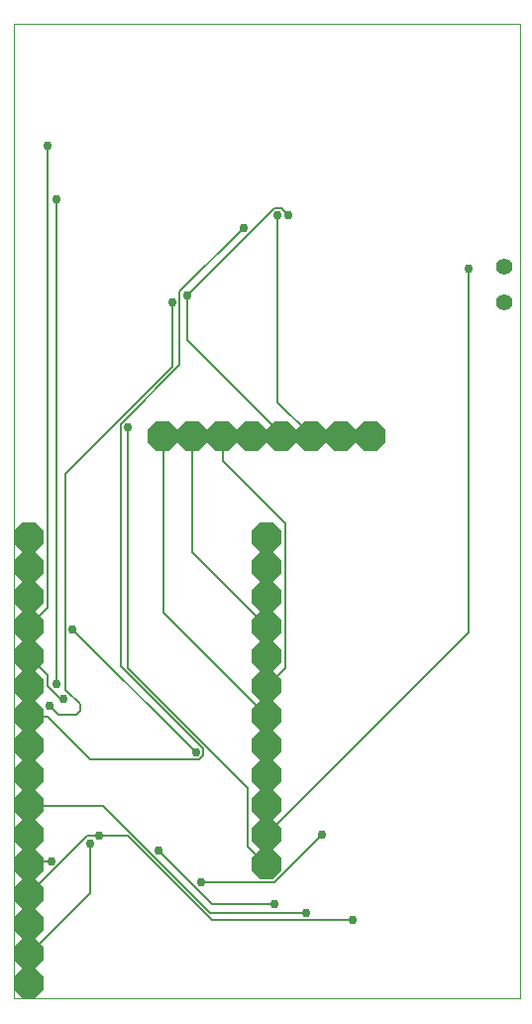
<source format=gbl>
G75*
%MOIN*%
%OFA0B0*%
%FSLAX25Y25*%
%IPPOS*%
%LPD*%
%AMOC8*
5,1,8,0,0,1.08239X$1,22.5*
%
%ADD10C,0.00000*%
%ADD11C,0.05543*%
%ADD12OC8,0.10000*%
%ADD13C,0.00600*%
%ADD14C,0.02978*%
D10*
X0057595Y0123933D02*
X0057595Y0451610D01*
X0227871Y0451610D01*
X0227871Y0123933D01*
X0057595Y0123933D01*
D11*
X0222595Y0358028D03*
X0222595Y0369839D03*
D12*
X0177595Y0313022D03*
X0167595Y0313022D03*
X0157595Y0313022D03*
X0147595Y0313022D03*
X0137595Y0313022D03*
X0127595Y0313022D03*
X0117595Y0313022D03*
X0107595Y0313022D03*
X0142595Y0278933D03*
X0142595Y0268933D03*
X0142595Y0258933D03*
X0142595Y0248933D03*
X0142595Y0238933D03*
X0142595Y0228933D03*
X0142595Y0218933D03*
X0142595Y0208933D03*
X0142595Y0198933D03*
X0142595Y0188933D03*
X0142595Y0178933D03*
X0142595Y0168933D03*
X0062595Y0168933D03*
X0062595Y0158933D03*
X0062595Y0148933D03*
X0062595Y0138933D03*
X0062595Y0128933D03*
X0062595Y0178933D03*
X0062595Y0188933D03*
X0062595Y0198933D03*
X0062595Y0208933D03*
X0062595Y0218933D03*
X0062595Y0228933D03*
X0062595Y0238933D03*
X0062595Y0248933D03*
X0062595Y0258933D03*
X0062595Y0268933D03*
X0062595Y0278933D03*
D13*
X0068995Y0255333D02*
X0062595Y0248933D01*
X0062595Y0238933D02*
X0068995Y0232533D01*
X0068995Y0228933D01*
X0073195Y0224733D01*
X0074395Y0224733D01*
X0074995Y0227733D02*
X0079795Y0222933D01*
X0079795Y0220533D01*
X0078595Y0219333D01*
X0072595Y0219333D01*
X0069595Y0222333D01*
X0068995Y0218733D02*
X0062995Y0218733D01*
X0062595Y0218933D01*
X0068995Y0218733D02*
X0083395Y0204333D01*
X0119995Y0204333D01*
X0121195Y0205533D01*
X0121195Y0207933D01*
X0093595Y0235533D01*
X0093595Y0317133D01*
X0113395Y0336933D01*
X0113395Y0361533D01*
X0134995Y0383133D01*
X0146395Y0387333D02*
X0146395Y0324333D01*
X0157195Y0313533D01*
X0157595Y0313022D01*
X0147595Y0313022D02*
X0147595Y0313533D01*
X0115795Y0345333D01*
X0115795Y0360333D01*
X0145195Y0389733D01*
X0147595Y0389733D01*
X0149995Y0387333D01*
X0110995Y0357933D02*
X0110995Y0336333D01*
X0074995Y0300333D01*
X0074995Y0227733D01*
X0071995Y0229533D02*
X0071995Y0392733D01*
X0068995Y0410733D02*
X0068995Y0255333D01*
X0077395Y0248133D02*
X0118795Y0206733D01*
X0136195Y0194733D02*
X0136195Y0174933D01*
X0142195Y0168933D01*
X0142595Y0168933D01*
X0145195Y0162933D02*
X0120595Y0162933D01*
X0124195Y0155733D02*
X0106195Y0173733D01*
X0095995Y0178533D02*
X0124195Y0150333D01*
X0171595Y0150333D01*
X0155995Y0152733D02*
X0123595Y0152733D01*
X0087595Y0188733D01*
X0062995Y0188733D01*
X0062595Y0188933D01*
X0064195Y0170133D02*
X0062995Y0168933D01*
X0062595Y0168933D01*
X0064195Y0170133D02*
X0070195Y0170133D01*
X0062595Y0158933D02*
X0082195Y0178533D01*
X0086395Y0178533D01*
X0095995Y0178533D01*
X0083395Y0176133D02*
X0083395Y0159333D01*
X0062995Y0138933D01*
X0062595Y0138933D01*
X0136195Y0194733D02*
X0095995Y0234933D01*
X0095995Y0315933D01*
X0107595Y0313022D02*
X0107995Y0312933D01*
X0107995Y0253533D01*
X0142595Y0218933D01*
X0142595Y0228933D02*
X0142795Y0228933D01*
X0148795Y0234933D01*
X0148795Y0283533D01*
X0127795Y0304533D01*
X0127795Y0312933D01*
X0127595Y0313022D01*
X0117595Y0313022D02*
X0117595Y0273933D01*
X0142595Y0248933D01*
X0210595Y0246933D02*
X0142595Y0178933D01*
X0145195Y0162933D02*
X0161395Y0179133D01*
X0145195Y0155733D02*
X0124195Y0155733D01*
X0210595Y0246933D02*
X0210595Y0369333D01*
D14*
X0210595Y0369333D03*
X0149995Y0387333D03*
X0146395Y0387333D03*
X0134995Y0383133D03*
X0115795Y0360333D03*
X0110995Y0357933D03*
X0095995Y0315933D03*
X0077395Y0248133D03*
X0071995Y0229533D03*
X0074395Y0224733D03*
X0069595Y0222333D03*
X0086395Y0178533D03*
X0083395Y0176133D03*
X0070195Y0170133D03*
X0106195Y0173733D03*
X0120595Y0162933D03*
X0145195Y0155733D03*
X0155995Y0152733D03*
X0161395Y0179133D03*
X0171595Y0150333D03*
X0118795Y0206733D03*
X0071995Y0392733D03*
X0068995Y0410733D03*
M02*

</source>
